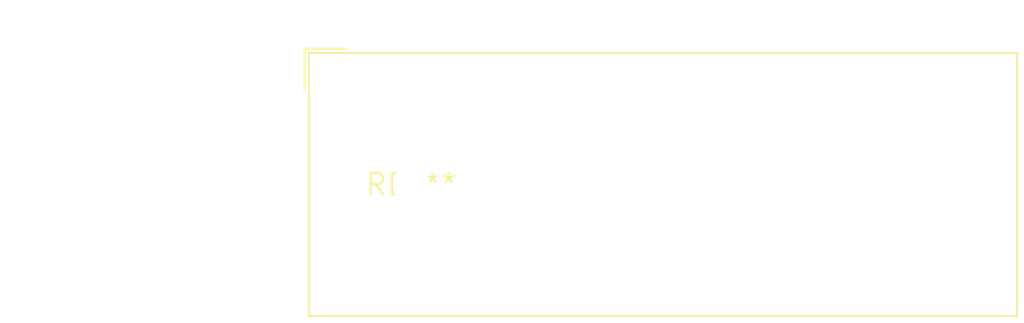
<source format=kicad_pcb>
(kicad_pcb (version 20240108) (generator pcbnew)
  (layers (0 "F.Cu" signal) (31 "B.Cu" signal) (34 "B.Paste" user) (35 "F.Paste" user) (36 "B.SilkS" user "B.Silkscreen") (37 "F.SilkS" user "F.Silkscreen") (38 "B.Mask" user) (39 "F.Mask" user) (44 "Edge.Cuts" user))
  (net 0 "")
  (footprint "TerminalBlock_Dinkle_DT-55-B01X-04_P10.00mm" (layer "F.Cu") (at 0 0)
    (property "Reference" "REF**")
    (property "Value" "TerminalBlock_Dinkle_DT-55-B01X-04_P10.00mm")
    (fp_line (start -6.35 -8.1) (end -3.85 -8.1) (layer "F.SilkS") (stroke (width 0.12)))
    (fp_line (start -6.35 -5.6) (end -6.35 -8.1) (layer "F.SilkS") (stroke (width 0.12)))
    (fp_line (start -6.1 -7.85) (end 36.1 -7.85) (layer "F.SilkS") (stroke (width 0.12)))
    (fp_line (start -6.1 7.85) (end -6.1 -7.85) (layer "F.SilkS") (stroke (width 0.12)))
    (fp_line (start -6.1 7.85) (end 36.1 7.85) (layer "F.SilkS") (stroke (width 0.12)))
    (fp_line (start 36.1 -7.85) (end 36.1 7.85) (layer "F.SilkS") (stroke (width 0.12)))
    (pad "1" thru_hole rect (at 0 0) (size 3.3 6.6) (drill 2.2) (layers *.Cu *.Mask) (remove_unused_layers))
    (pad "2" thru_hole oval (at 10 0) (size 3.3 6.6) (drill 2.2) (layers *.Cu *.Mask) (remove_unused_layers))
    (pad "3" thru_hole oval (at 20 0) (size 3.3 6.6) (drill 2.2) (layers *.Cu *.Mask) (remove_unused_layers))
    (pad "4" thru_hole oval (at 30 0) (size 3.3 6.6) (drill 2.2) (layers *.Cu *.Mask) (remove_unused_layers))
  )
)
</source>
